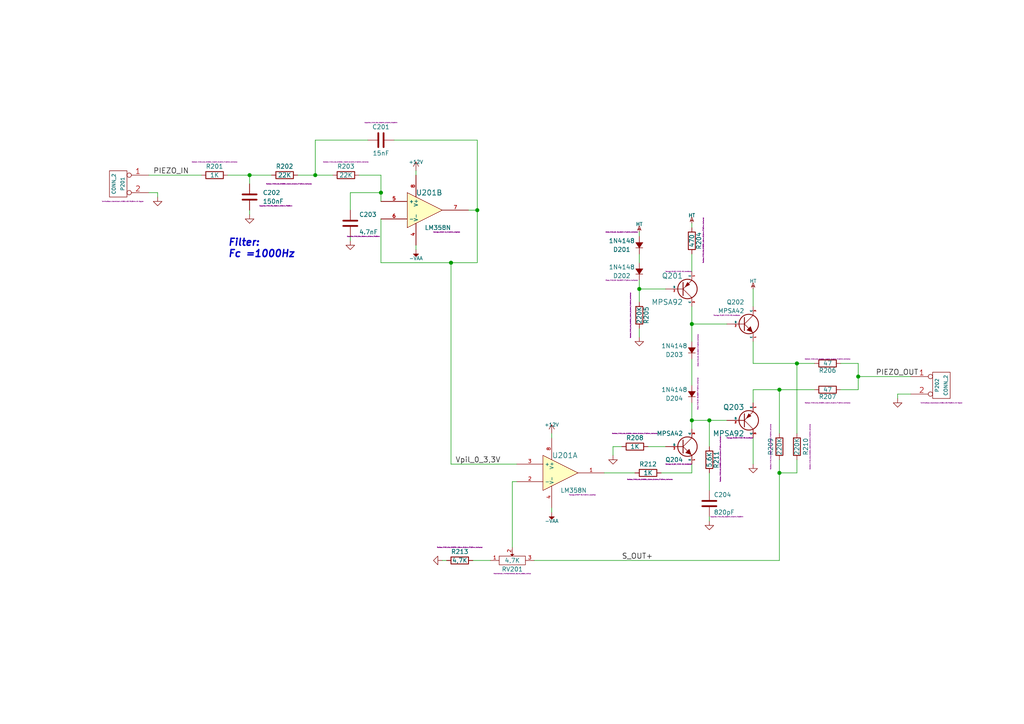
<source format=kicad_sch>
(kicad_sch (version 20250114) (generator "eeschema") (generator_version "9.0")
  (paper "A4")
  (title_block (title "Complex hierarchy: demo") (date "2017-01-15") (rev "1"))
  (lib_symbols
    (symbol "complex_hierarchy:+12V" (power) (pin_names (offset 0))
      (property "Value" "+12V" (at 0 3.556 0))
      (symbol "+12V_0_1"
        (polyline (pts (xy -0.762 1.27) (xy 0 2.54)))
        (polyline (pts (xy 0 2.54) (xy 0.762 1.27)))
        (polyline (pts (xy 0 0) (xy 0 2.54)))
      )
      (symbol "+12V_1_1"
        (pin power_in line (at 0 0 90) (length 0) (hide yes) (name "+12V") (number "1"))
      )
    )
    (symbol "complex_hierarchy:-VAA" (power) (pin_names (offset 0))
      (property "Value" "-VAA" (at 0 2.54 0))
      (symbol "-VAA_0_0"
        (pin power_in line (at 0 0 90) (length 0) (hide yes) (name "-VAA") (number "1"))
      )
      (symbol "-VAA_0_1"
        (polyline (pts (xy 0 2.032) (xy 0.762 1.27) (xy -0.508 1.27) (xy -0.762 1.27) (xy 0 2.032) (xy 0 2.032) (xy 0 2.032)) (fill (type outline)))
        (polyline (pts (xy 0 0) (xy 0 1.27) (xy 0 1.27)))
      )
    )
    (symbol "complex_hierarchy:C" (pin_numbers (hide yes)) (pin_names (offset 0.254))
      (property "Reference" "C" (at 0.635 2.54 0))
      (property "Value" "C" (at 0.635 -2.54 0))
      (symbol "C_0_1"
        (polyline (pts (xy -2.032 0.762) (xy 2.032 0.762)) (stroke (width 0.508)))
        (polyline (pts (xy -2.032 -0.762) (xy 2.032 -0.762)) (stroke (width 0.508)))
      )
      (symbol "C_1_1"
        (pin passive line (at 0 3.81 270) (length 2.794) (name "~") (number "1"))
        (pin passive line (at 0 -3.81 90) (length 2.794) (name "~") (number "2"))
      )
    )
    (symbol "complex_hierarchy:CONN_2" (pin_names (offset 1.016) (hide yes))
      (property "Reference" "P" (at -1.27 0 90))
      (property "Value" "CONN_2" (at 1.27 0 90))
      (symbol "CONN_2_0_1"
        (rectangle (start -2.54 3.81) (end 2.54 -3.81))
      )
      (symbol "CONN_2_1_1"
        (pin passive inverted (at -8.89 2.54 0) (length 6.35) (name "P1") (number "1"))
        (pin passive inverted (at -8.89 -2.54 0) (length 6.35) (name "PM") (number "2"))
      )
    )
    (symbol "complex_hierarchy:D_Small" (pin_numbers (hide yes)) (pin_names (offset 0.254) (hide yes))
      (property "Reference" "D" (at -1.27 2.032 0))
      (property "Value" "D_Small" (at -3.81 -2.032 0))
      (symbol "D_Small_0_1"
        (polyline (pts (xy -0.762 -1.016) (xy -0.762 1.016)))
        (polyline (pts (xy 0.762 -1.016) (xy -0.762 0) (xy 0.762 1.016) (xy 0.762 -1.016)) (fill (type outline)))
      )
      (symbol "D_Small_1_1"
        (pin passive line (at -2.54 0 0) (length 1.778) (name "K") (number "1"))
        (pin passive line (at 2.54 0 180) (length 1.778) (name "A") (number "2"))
      )
    )
    (symbol "complex_hierarchy:GND" (power) (pin_names (offset 0))
      (property "Value" "GND" (at 0 -3.1242 0))
      (symbol "GND_0_1"
        (polyline (pts (xy 0 0) (xy 0 -1.27) (xy 1.27 -1.27) (xy 0 -2.54) (xy -1.27 -1.27) (xy 0 -1.27)))
      )
      (symbol "GND_1_1"
        (pin power_in line (at 0 0 270) (length 0) (hide yes) (name "GND") (number "1"))
      )
    )
    (symbol "complex_hierarchy:HT" (power) (pin_names (offset 0))
      (property "Value" "HT" (at 0 2.286 0))
      (symbol "HT_0_0"
        (pin power_in line (at 0 0 90) (length 0) (hide yes) (name "HT") (number "1"))
      )
      (symbol "HT_0_1"
        (polyline (pts (xy 0 1.016) (xy 0.508 0.508) (xy 0 1.778) (xy -0.508 0.508) (xy 0 1.016) (xy 0 1.016)))
        (polyline (pts (xy 0 0) (xy 0 1.016) (xy 0 1.016)))
      )
    )
    (symbol "complex_hierarchy:LM358N"
      (property "Reference" "U" (at -1.27 5.08 0))
      (property "Value" "LM358N" (at -1.27 -6.35 0))
      (symbol "LM358N_0_1"
        (polyline (pts (xy -5.08 5.08) (xy 5.08 0) (xy -5.08 -5.08) (xy -5.08 5.08)) (stroke (width 0.1524)) (fill (type background)))
        (pin power_in line (at -2.54 10.16 270) (length 6.35) (name "V+") (number "8"))
        (pin power_in line (at -2.54 -10.16 90) (length 6.35) (name "V-") (number "4"))
      )
      (symbol "LM358N_1_1"
        (pin input line (at -12.7 2.54 0) (length 7.62) (name "+") (number "3"))
        (pin input line (at -12.7 -2.54 0) (length 7.62) (name "-") (number "2"))
        (pin output line (at 12.7 0 180) (length 7.62) (name "~") (number "1"))
      )
      (symbol "LM358N_2_1"
        (pin input line (at -12.7 2.54 0) (length 7.62) (name "+") (number "5"))
        (pin input line (at -12.7 -2.54 0) (length 7.62) (name "-") (number "6"))
        (pin output line (at 12.7 0 180) (length 7.62) (name "~") (number "7"))
      )
    )
    (symbol "complex_hierarchy:MPSA42" (pin_names (offset 0))
      (property "Reference" "Q" (at 3.81 -3.81 0))
      (property "Value" "MPSA42" (at 3.81 3.81 0))
      (symbol "MPSA42_0_1"
        (polyline (pts (xy 0 1.905) (xy 0 -1.905) (xy 0 -1.905)) (stroke (width 0.254)))
        (polyline (pts (xy 0 0) (xy 2.54 2.54)))
        (circle (center 1.27 0) (radius 2.8194) (stroke (width 0.254)))
        (polyline (pts (xy 1.27 -1.27) (xy 0 0) (xy 0 0)))
        (polyline (pts (xy 2.286 -2.286) (xy 2.54 -2.54) (xy 2.54 -2.54)))
        (polyline (pts (xy 2.286 -2.286) (xy 1.778 -0.762) (xy 0.762 -1.778) (xy 2.286 -2.286) (xy 2.286 -2.286)) (fill (type outline)))
      )
      (symbol "MPSA42_1_1"
        (pin input line (at -5.08 0 0) (length 5.08) (name "B") (number "2"))
        (pin passive line (at 2.54 5.08 270) (length 2.54) (name "C") (number "3"))
        (pin passive line (at 2.54 -5.08 90) (length 2.54) (name "E") (number "1"))
      )
    )
    (symbol "complex_hierarchy:MPSA92" (pin_names (offset 0))
      (property "Reference" "Q" (at 3.81 -3.81 0))
      (property "Value" "MPSA92" (at 3.81 3.81 0))
      (symbol "MPSA92_0_1"
        (polyline (pts (xy 0 1.905) (xy 0 -1.905) (xy 0 -1.905)) (stroke (width 0.254)) (fill (type outline)))
        (polyline (pts (xy 0 0) (xy 2.54 2.54)))
        (polyline (pts (xy 0.635 -0.635) (xy 0 0) (xy 0 0)))
        (polyline (pts (xy 0.635 -0.635) (xy 1.27 -1.905) (xy 1.905 -1.27) (xy 0.635 -0.635) (xy 0.635 -0.635)) (fill (type outline)))
        (circle (center 1.27 0) (radius 2.8194) (stroke (width 0.254)))
        (polyline (pts (xy 2.54 -2.54) (xy 1.651 -1.651) (xy 1.651 -1.651)))
      )
      (symbol "MPSA92_1_1"
        (pin input line (at -5.08 0 0) (length 5.08) (name "B") (number "2"))
        (pin passive line (at 2.54 5.08 270) (length 2.54) (name "C") (number "3"))
        (pin passive line (at 2.54 -5.08 90) (length 2.54) (name "E") (number "1"))
      )
    )
    (symbol "complex_hierarchy:POT" (pin_names (offset 1.016) (hide yes))
      (property "Reference" "RV" (at 0 -2.54 0))
      (property "Value" "POT" (at 0 0 0))
      (symbol "POT_0_1"
        (rectangle (start -3.81 1.27) (end 3.81 -1.27))
        (polyline (pts (xy 0 1.27) (xy -0.508 1.778) (xy 0.508 1.778)) (fill (type outline)))
      )
      (symbol "POT_1_1"
        (pin passive line (at -6.35 0 0) (length 2.54) (name "1") (number "1"))
        (pin passive line (at 0 3.81 270) (length 2.032) (name "2") (number "2"))
        (pin passive line (at 6.35 0 180) (length 2.54) (name "3") (number "3"))
      )
    )
    (symbol "complex_hierarchy:R" (pin_numbers (hide yes)) (pin_names (offset 0))
      (property "Reference" "R" (at 2.032 0 90))
      (property "Value" "R" (at 0 0 90))
      (symbol "R_0_1"
        (rectangle (start -1.016 -2.54) (end 1.016 2.54) (stroke (width 0.254)))
      )
      (symbol "R_1_1"
        (pin passive line (at 0 3.81 270) (length 1.27) (name "~") (number "1"))
        (pin passive line (at 0 -3.81 90) (length 1.27) (name "~") (number "2"))
      )
    )
  )
  (text "Filter:\nFc =1000Hz" (at 66.04 74.93 0) (effects (font (size 2.032 2.032) (thickness 0.4064) (bold yes) (italic yes)) (justify left bottom)))
  (junction (at 138.43 60.96) (diameter 1.016))
  (junction (at 248.92 109.22) (diameter 1.016))
  (junction (at 226.06 113.03) (diameter 1.016))
  (junction (at 130.81 76.2) (diameter 1.016))
  (junction (at 205.74 121.92) (diameter 1.016))
  (junction (at 226.06 137.16) (diameter 1.016))
  (junction (at 200.66 93.98) (diameter 1.016))
  (junction (at 231.14 105.41) (diameter 1.016))
  (junction (at 91.44 50.8) (diameter 1.016))
  (junction (at 110.49 55.88) (diameter 1.016))
  (junction (at 72.39 50.8) (diameter 1.016))
  (junction (at 185.42 83.82) (diameter 1.016))
  (junction (at 200.66 121.92) (diameter 1.016))
  (wire (pts (xy 86.36 50.8) (xy 91.44 50.8)))
  (wire (pts (xy 231.14 137.16) (xy 231.14 133.35)))
  (wire (pts (xy 175.26 137.16) (xy 184.15 137.16)))
  (wire (pts (xy 218.44 127) (xy 218.44 134.62)))
  (wire (pts (xy 72.39 50.8) (xy 78.74 50.8)))
  (wire (pts (xy 110.49 55.88) (xy 110.49 58.42)))
  (wire (pts (xy 205.74 149.86) (xy 205.74 151.13)))
  (wire (pts (xy 218.44 105.41) (xy 218.44 99.06)))
  (wire (pts (xy 218.44 105.41) (xy 231.14 105.41)))
  (wire (pts (xy 180.34 129.54) (xy 177.8 129.54)))
  (wire (pts (xy 106.68 40.64) (xy 91.44 40.64)))
  (wire (pts (xy 185.42 83.82) (xy 185.42 87.63)))
  (wire (pts (xy 231.14 105.41) (xy 236.22 105.41)))
  (wire (pts (xy 226.06 113.03) (xy 236.22 113.03)))
  (wire (pts (xy 226.06 137.16) (xy 231.14 137.16)))
  (wire (pts (xy 72.39 53.34) (xy 72.39 50.8)))
  (wire (pts (xy 110.49 55.88) (xy 101.6 55.88)))
  (wire (pts (xy 185.42 81.28) (xy 185.42 83.82)))
  (wire (pts (xy 210.82 93.98) (xy 200.66 93.98)))
  (wire (pts (xy 148.59 158.75) (xy 148.59 139.7)))
  (wire (pts (xy 138.43 60.96) (xy 138.43 40.64)))
  (wire (pts (xy 130.81 76.2) (xy 138.43 76.2)))
  (wire (pts (xy 130.81 134.62) (xy 130.81 76.2)))
  (wire (pts (xy 160.02 148.59) (xy 160.02 147.32)))
  (wire (pts (xy 45.72 55.88) (xy 45.72 57.15)))
  (wire (pts (xy 91.44 50.8) (xy 96.52 50.8)))
  (wire (pts (xy 200.66 93.98) (xy 200.66 99.06)))
  (wire (pts (xy 101.6 69.85) (xy 101.6 68.58)))
  (wire (pts (xy 160.02 125.73) (xy 160.02 127)))
  (wire (pts (xy 200.66 116.84) (xy 200.66 121.92)))
  (wire (pts (xy 58.42 50.8) (xy 43.18 50.8)))
  (wire (pts (xy 200.66 64.77) (xy 200.66 66.04)))
  (wire (pts (xy 226.06 162.56) (xy 154.94 162.56)))
  (wire (pts (xy 248.92 105.41) (xy 243.84 105.41)))
  (wire (pts (xy 205.74 121.92) (xy 205.74 129.54)))
  (wire (pts (xy 200.66 121.92) (xy 205.74 121.92)))
  (wire (pts (xy 248.92 109.22) (xy 264.16 109.22)))
  (wire (pts (xy 128.27 162.56) (xy 129.54 162.56)))
  (wire (pts (xy 264.16 114.3) (xy 260.35 114.3)))
  (wire (pts (xy 138.43 40.64) (xy 114.3 40.64)))
  (wire (pts (xy 200.66 88.9) (xy 200.66 93.98)))
  (wire (pts (xy 226.06 137.16) (xy 226.06 162.56)))
  (wire (pts (xy 177.8 129.54) (xy 177.8 132.08)))
  (wire (pts (xy 149.86 134.62) (xy 130.81 134.62)))
  (wire (pts (xy 248.92 105.41) (xy 248.92 109.22)))
  (wire (pts (xy 200.66 134.62) (xy 200.66 137.16)))
  (wire (pts (xy 200.66 137.16) (xy 191.77 137.16)))
  (wire (pts (xy 43.18 55.88) (xy 45.72 55.88)))
  (wire (pts (xy 110.49 50.8) (xy 110.49 55.88)))
  (wire (pts (xy 91.44 40.64) (xy 91.44 50.8)))
  (wire (pts (xy 200.66 121.92) (xy 200.66 124.46)))
  (wire (pts (xy 110.49 50.8) (xy 104.14 50.8)))
  (wire (pts (xy 185.42 95.25) (xy 185.42 97.79)))
  (wire (pts (xy 226.06 113.03) (xy 226.06 125.73)))
  (wire (pts (xy 260.35 114.3) (xy 260.35 115.57)))
  (wire (pts (xy 120.65 49.53) (xy 120.65 50.8)))
  (wire (pts (xy 148.59 139.7) (xy 149.86 139.7)))
  (wire (pts (xy 110.49 63.5) (xy 110.49 76.2)))
  (wire (pts (xy 135.89 60.96) (xy 138.43 60.96)))
  (wire (pts (xy 137.16 162.56) (xy 142.24 162.56)))
  (wire (pts (xy 185.42 76.2) (xy 185.42 73.66)))
  (wire (pts (xy 193.04 83.82) (xy 185.42 83.82)))
  (wire (pts (xy 120.65 72.39) (xy 120.65 71.12)))
  (wire (pts (xy 218.44 113.03) (xy 226.06 113.03)))
  (wire (pts (xy 248.92 113.03) (xy 243.84 113.03)))
  (wire (pts (xy 218.44 83.82) (xy 218.44 88.9)))
  (wire (pts (xy 200.66 104.14) (xy 200.66 111.76)))
  (wire (pts (xy 218.44 113.03) (xy 218.44 116.84)))
  (wire (pts (xy 226.06 133.35) (xy 226.06 137.16)))
  (wire (pts (xy 187.96 129.54) (xy 193.04 129.54)))
  (wire (pts (xy 138.43 76.2) (xy 138.43 60.96)))
  (wire (pts (xy 66.04 50.8) (xy 72.39 50.8)))
  (wire (pts (xy 110.49 76.2) (xy 130.81 76.2)))
  (wire (pts (xy 200.66 73.66) (xy 200.66 78.74)))
  (wire (pts (xy 231.14 125.73) (xy 231.14 105.41)))
  (wire (pts (xy 205.74 121.92) (xy 210.82 121.92)))
  (wire (pts (xy 248.92 109.22) (xy 248.92 113.03)))
  (wire (pts (xy 185.42 68.58) (xy 185.42 67.31)))
  (wire (pts (xy 101.6 55.88) (xy 101.6 60.96)))
  (wire (pts (xy 72.39 62.23) (xy 72.39 60.96)))
  (wire (pts (xy 205.74 137.16) (xy 205.74 142.24)))
  (label "Vpil_0_3,3V" (at 132.08 134.62 0) (effects (font (size 1.524 1.524))))
  (label "S_OUT+" (at 180.34 162.56 0) (effects (font (size 1.524 1.524))))
  (label "PIEZO_OUT" (at 254 109.22 0) (effects (font (size 1.524 1.524))))
  (label "PIEZO_IN" (at 44.45 50.8 0) (effects (font (size 1.524 1.524))))
  (symbol (lib_id "complex_hierarchy:POT") (at 148.59 162.56 0) (unit 1)
    (property "Reference" "RV201" (at 148.59 165.1 0))
    (property "Value" "4,7K" (at 148.59 162.56 0))
    (property "Footprint" "Potentiometer_THT:Potentiometer_Bourns_3266W_Vertical" (at 148.59 166.37 0) (effects (font (size 0.254 0.254))))
    (instances (project "complex_hierarchy" (path "" (reference "RV201") (unit 1)) (path "" (reference "RV301") (unit 1))))
  )
  (symbol (lib_id "complex_hierarchy:C") (at 110.49 40.64 270) (unit 1)
    (property "Reference" "C201" (at 110.49 36.83 90))
    (property "Value" "15nF" (at 110.49 44.45 90))
    (property "Footprint" "Capacitor_THT:C_Disc_D5.0mm_W2.5mm_P5.00mm" (at 110.49 35.56 90) (effects (font (size 0.254 0.254))))
    (instances (project "complex_hierarchy" (path "" (reference "C201") (unit 1)) (path "" (reference "C301") (unit 1))))
  )
  (symbol (lib_id "complex_hierarchy:R") (at 100.33 50.8 270) (unit 1)
    (property "Reference" "R203" (at 100.33 48.26 90))
    (property "Value" "22K" (at 100.33 50.8 90))
    (property "Footprint" "Resistor_THT:R_Axial_DIN0204_L3.6mm_D1.6mm_P7.62mm_Horizontal" (at 100.33 46.99 90) (effects (font (size 0.254 0.254))))
    (instances (project "complex_hierarchy" (path "" (reference "R203") (unit 1)) (path "" (reference "R303") (unit 1))))
  )
  (symbol (lib_id "complex_hierarchy:+12V") (at 120.65 49.53 0) (unit 1)
    (property "Reference" "#U0201" (effects (hide yes)))
    (property "Value" "+12V" (at 120.65 46.99 0) (effects (font (size 1.016 1.016))))
    (instances (project "complex_hierarchy" (path "" (reference "#U0201") (unit 1)) (path "" (reference "#U0301") (unit 1))))
  )
  (symbol (lib_id "complex_hierarchy:LM358N") (at 123.19 60.96 0) (unit 2)
    (property "Reference" "U201" (at 124.46 55.88 0) (effects (font (size 1.524 1.524))))
    (property "Value" "LM358N" (at 127 66.04 0))
    (property "Footprint" "Package_DIP:DIP-8_W7.62mm_LongPads" (at 129.54 67.31 0) (effects (font (size 0.254 0.254))))
    (instances (project "complex_hierarchy" (path "" (reference "U201") (unit 2)) (path "" (reference "U301") (unit 2))))
  )
  (symbol (lib_id "complex_hierarchy:HT") (at 218.44 83.82 0) (unit 1)
    (property "Reference" "#PWR0207" (effects (hide yes)))
    (property "Value" "HT" (at 218.44 81.534 0) (effects (font (size 1.016 1.016))))
    (instances (project "complex_hierarchy" (path "" (reference "#PWR0207") (unit 1)) (path "" (reference "#PWR0307") (unit 1))))
  )
  (symbol (lib_id "complex_hierarchy:HT") (at 200.66 64.77 0) (unit 1)
    (property "Reference" "#PWR0203" (effects (hide yes)))
    (property "Value" "HT" (at 200.66 62.484 0) (effects (font (size 1.016 1.016))))
    (instances (project "complex_hierarchy" (path "" (reference "#PWR0203") (unit 1)) (path "" (reference "#PWR0303") (unit 1))))
  )
  (symbol (lib_id "complex_hierarchy:HT") (at 185.42 67.31 0) (unit 1)
    (property "Reference" "#PWR0204" (effects (hide yes)))
    (property "Value" "HT" (at 185.42 65.024 0) (effects (font (size 1.016 1.016))))
    (instances (project "complex_hierarchy" (path "" (reference "#PWR0204") (unit 1)) (path "" (reference "#PWR0304") (unit 1))))
  )
  (symbol (lib_id "complex_hierarchy:MPSA92") (at 198.12 83.82 0) (mirror x) (unit 1)
    (property "Reference" "Q201" (at 198.12 80.01 0) (effects (font (size 1.524 1.524)) (justify right)))
    (property "Value" "MPSA92" (at 198.12 87.63 0) (effects (font (size 1.524 1.524)) (justify right)))
    (property "Footprint" "Package_TO_SOT_THT:TO-92_HandSolder" (at 196.85 78.74 0) (effects (font (size 0.254 0.254))))
    (instances (project "complex_hierarchy" (path "" (reference "Q201") (unit 1)) (path "" (reference "Q301") (unit 1))))
  )
  (symbol (lib_id "complex_hierarchy:GND") (at 128.27 162.56 270) (unit 1)
    (property "Reference" "#PWR0214" (effects (hide yes)))
    (property "Value" "GND" (effects (hide yes)))
    (instances (project "complex_hierarchy" (path "" (reference "#PWR0214") (unit 1)) (path "" (reference "#PWR0314") (unit 1))))
  )
  (symbol (lib_id "complex_hierarchy:R") (at 133.35 162.56 270) (unit 1)
    (property "Reference" "R213" (at 133.35 160.02 90))
    (property "Value" "4,7K" (at 133.35 162.56 90))
    (property "Footprint" "Resistor_THT:R_Axial_DIN0204_L3.6mm_D1.6mm_P7.62mm_Horizontal" (at 133.35 158.75 90) (effects (font (size 0.254 0.254))))
    (instances (project "complex_hierarchy" (path "" (reference "R213") (unit 1)) (path "" (reference "R313") (unit 1))))
  )
  (symbol (lib_id "complex_hierarchy:GND") (at 260.35 115.57 0) (unit 1)
    (property "Reference" "#PWR0209" (effects (hide yes)))
    (property "Value" "GND" (effects (hide yes)))
    (instances (project "complex_hierarchy" (path "" (reference "#PWR0209") (unit 1)) (path "" (reference "#PWR0309") (unit 1))))
  )
  (symbol (lib_id "complex_hierarchy:R") (at 240.03 105.41 270) (unit 1)
    (property "Reference" "R206" (at 240.03 107.442 90))
    (property "Value" "47" (at 240.03 105.41 90))
    (property "Footprint" "Resistor_THT:R_Axial_DIN0204_L3.6mm_D1.6mm_P7.62mm_Horizontal" (at 240.03 104.14 90) (effects (font (size 0.254 0.254))))
    (instances (project "complex_hierarchy" (path "" (reference "R206") (unit 1)) (path "" (reference "R306") (unit 1))))
  )
  (symbol (lib_id "complex_hierarchy:C") (at 205.74 146.05 0) (unit 1)
    (property "Reference" "C204" (at 207.01 143.51 0) (effects (justify left)))
    (property "Value" "820pF" (at 207.01 148.59 0) (effects (justify left)))
    (property "Footprint" "Capacitor_THT:C_Disc_D5.0mm_W2.5mm_P5.00mm" (at 210.82 149.86 0) (effects (font (size 0.254 0.254))))
    (instances (project "complex_hierarchy" (path "" (reference "C204") (unit 1)) (path "" (reference "C304") (unit 1))))
  )
  (symbol (lib_id "complex_hierarchy:C") (at 101.6 64.77 0) (unit 1)
    (property "Reference" "C203" (at 104.14 62.23 0) (effects (justify left)))
    (property "Value" "4.7nF" (at 104.14 67.31 0) (effects (justify left)))
    (property "Footprint" "Capacitor_THT:C_Disc_D5.0mm_W2.5mm_P5.00mm" (at 105.41 68.58 0) (effects (font (size 0.254 0.254))))
    (instances (project "complex_hierarchy" (path "" (reference "C203") (unit 1)) (path "" (reference "C303") (unit 1))))
  )
  (symbol (lib_id "complex_hierarchy:CONN_2") (at 34.29 53.34 0) (mirror y) (unit 1)
    (property "Reference" "P201" (at 35.56 53.34 90) (effects (font (size 1.016 1.016))))
    (property "Value" "CONN_2" (at 33.02 53.34 90) (effects (font (size 1.016 1.016))))
    (property "Footprint" "TerminalBlock_Altech:Altech_AK300_1x02_P5.00mm_45-Degree" (at 35.56 58.42 0) (effects (font (size 0.254 0.254))))
    (instances (project "complex_hierarchy" (path "" (reference "P201") (unit 1)) (path "" (reference "P301") (unit 1))))
  )
  (symbol (lib_id "complex_hierarchy:LM358N") (at 162.56 137.16 0) (unit 1)
    (property "Reference" "U201" (at 163.83 132.08 0) (effects (font (size 1.524 1.524))))
    (property "Value" "LM358N" (at 166.37 142.24 0))
    (property "Footprint" "Package_DIP:DIP-8_W7.62mm_LongPads" (at 168.91 143.51 0) (effects (font (size 0.254 0.254))))
    (instances (project "complex_hierarchy" (path "" (reference "U201") (unit 1)) (path "" (reference "U301") (unit 1))))
  )
  (symbol (lib_id "complex_hierarchy:GND") (at 101.6 69.85 0) (unit 1)
    (property "Reference" "#PWR0205" (effects (hide yes)))
    (property "Value" "GND" (effects (hide yes)))
    (instances (project "complex_hierarchy" (path "" (reference "#PWR0205") (unit 1)) (path "" (reference "#PWR0305") (unit 1))))
  )
  (symbol (lib_id "complex_hierarchy:GND") (at 45.72 57.15 0) (unit 1)
    (property "Reference" "#PWR0201" (effects (hide yes)))
    (property "Value" "GND" (effects (hide yes)))
    (instances (project "complex_hierarchy" (path "" (reference "#PWR0201") (unit 1)) (path "" (reference "#PWR0301") (unit 1))))
  )
  (symbol (lib_id "complex_hierarchy:R") (at 82.55 50.8 270) (unit 1)
    (property "Reference" "R202" (at 82.55 48.26 90))
    (property "Value" "22K" (at 82.55 50.8 90))
    (property "Footprint" "Resistor_THT:R_Axial_DIN0204_L3.6mm_D1.6mm_P7.62mm_Horizontal" (at 83.82 53.34 90) (effects (font (size 0.254 0.254))))
    (instances (project "complex_hierarchy" (path "" (reference "R202") (unit 1)) (path "" (reference "R302") (unit 1))))
  )
  (symbol (lib_id "complex_hierarchy:CONN_2") (at 273.05 111.76 0) (unit 1)
    (property "Reference" "P202" (at 271.78 111.76 90) (effects (font (size 1.016 1.016))))
    (property "Value" "CONN_2" (at 274.32 111.76 90) (effects (font (size 1.016 1.016))))
    (property "Footprint" "TerminalBlock_Altech:Altech_AK300_1x02_P5.00mm_45-Degree" (at 273.05 116.84 0) (effects (font (size 0.254 0.254))))
    (instances (project "complex_hierarchy" (path "" (reference "P202") (unit 1)) (path "" (reference "P302") (unit 1))))
  )
  (symbol (lib_id "complex_hierarchy:R") (at 187.96 137.16 270) (unit 1)
    (property "Reference" "R212" (at 187.96 134.62 90))
    (property "Value" "1K" (at 187.96 137.16 90))
    (property "Footprint" "Resistor_THT:R_Axial_DIN0204_L3.6mm_D1.6mm_P7.62mm_Horizontal" (at 188.5188 139.065 90) (effects (font (size 0.254 0.254))))
    (instances (project "complex_hierarchy" (path "" (reference "R212") (unit 1)) (path "" (reference "R312") (unit 1))))
  )
  (symbol (lib_id "complex_hierarchy:+12V") (at 160.02 125.73 0) (unit 1)
    (property "Reference" "#U0202" (effects (hide yes)))
    (property "Value" "+12V" (at 160.02 123.19 0) (effects (font (size 1.016 1.016))))
    (instances (project "complex_hierarchy" (path "" (reference "#U0202") (unit 1)) (path "" (reference "#U0302") (unit 1))))
  )
  (symbol (lib_id "complex_hierarchy:R") (at 226.06 129.54 180) (unit 1)
    (property "Reference" "R209" (at 223.52 129.54 90))
    (property "Value" "220K" (at 226.06 129.54 90))
    (property "Footprint" "Resistor_THT:R_Axial_DIN0204_L3.6mm_D1.6mm_P7.62mm_Horizontal" (at 223.52 129.54 90) (effects (font (size 0.254 0.254))))
    (instances (project "complex_hierarchy" (path "" (reference "R209") (unit 1)) (path "" (reference "R309") (unit 1))))
  )
  (symbol (lib_id "complex_hierarchy:R") (at 184.15 129.54 270) (unit 1)
    (property "Reference" "R208" (at 184.15 127 90))
    (property "Value" "1K" (at 184.15 129.54 90))
    (property "Footprint" "Resistor_THT:R_Axial_DIN0204_L3.6mm_D1.6mm_P7.62mm_Horizontal" (at 184.15 125.73 90) (effects (font (size 0.254 0.254))))
    (instances (project "complex_hierarchy" (path "" (reference "R208") (unit 1)) (path "" (reference "R308") (unit 1))))
  )
  (symbol (lib_id "complex_hierarchy:GND") (at 185.42 97.79 0) (unit 1)
    (property "Reference" "#PWR0208" (effects (hide yes)))
    (property "Value" "GND" (effects (hide yes)))
    (instances (project "complex_hierarchy" (path "" (reference "#PWR0208") (unit 1)) (path "" (reference "#PWR0308") (unit 1))))
  )
  (symbol (lib_id "complex_hierarchy:R") (at 185.42 91.44 0) (unit 1)
    (property "Reference" "R205" (at 187.452 91.44 90))
    (property "Value" "220K" (at 185.42 91.44 90))
    (property "Footprint" "Resistor_THT:R_Axial_DIN0204_L3.6mm_D1.6mm_P7.62mm_Horizontal" (at 182.88 91.44 90) (effects (font (size 0.254 0.254))))
    (instances (project "complex_hierarchy" (path "" (reference "R205") (unit 1)) (path "" (reference "R305") (unit 1))))
  )
  (symbol (lib_id "complex_hierarchy:D_Small") (at 185.42 71.12 90) (unit 1)
    (property "Reference" "D201" (at 180.34 72.39 90))
    (property "Value" "1N4148" (at 180.34 69.85 90))
    (property "Footprint" "Diode_THT:D_DO-35_SOD27_P7.62mm_Horizontal" (at 180.34 67.31 90) (effects (font (size 0.254 0.254))))
    (instances (project "complex_hierarchy" (path "" (reference "D201") (unit 1)) (path "" (reference "D301") (unit 1))))
  )
  (symbol (lib_id "complex_hierarchy:R") (at 200.66 69.85 0) (unit 1)
    (property "Reference" "R204" (at 202.692 69.85 90))
    (property "Value" "470" (at 200.66 69.85 90))
    (property "Footprint" "Resistor_THT:R_Axial_DIN0204_L3.6mm_D1.6mm_P7.62mm_Horizontal" (at 203.9874 69.6468 90) (effects (font (size 0.254 0.254))))
    (instances (project "complex_hierarchy" (path "" (reference "R204") (unit 1)) (path "" (reference "R304") (unit 1))))
  )
  (symbol (lib_id "complex_hierarchy:D_Small") (at 185.42 78.74 90) (unit 1)
    (property "Reference" "D202" (at 180.34 80.01 90))
    (property "Value" "1N4148" (at 180.34 77.47 90))
    (property "Footprint" "Diode_THT:D_DO-35_SOD27_P7.62mm_Horizontal" (at 180.34 81.28 90) (effects (font (size 0.254 0.254))))
    (instances (project "complex_hierarchy" (path "" (reference "D202") (unit 1)) (path "" (reference "D302") (unit 1))))
  )
  (symbol (lib_id "complex_hierarchy:GND") (at 177.8 132.08 0) (unit 1)
    (property "Reference" "#PWR0210" (effects (hide yes)))
    (property "Value" "GND" (effects (hide yes)))
    (instances (project "complex_hierarchy" (path "" (reference "#PWR0210") (unit 1)) (path "" (reference "#PWR0310") (unit 1))))
  )
  (symbol (lib_id "complex_hierarchy:MPSA42") (at 198.12 129.54 0) (unit 1)
    (property "Reference" "Q204" (at 198.12 133.35 0) (effects (justify right)))
    (property "Value" "MPSA42" (at 198.12 125.73 0) (effects (justify right)))
    (property "Footprint" "Package_TO_SOT_THT:TO-92_HandSolder" (at 196.85 134.62 0) (effects (font (size 0.254 0.254))))
    (instances (project "complex_hierarchy" (path "" (reference "Q204") (unit 1)) (path "" (reference "Q304") (unit 1))))
  )
  (symbol (lib_id "complex_hierarchy:GND") (at 218.44 134.62 0) (unit 1)
    (property "Reference" "#PWR0211" (effects (hide yes)))
    (property "Value" "GND" (effects (hide yes)))
    (instances (project "complex_hierarchy" (path "" (reference "#PWR0211") (unit 1)) (path "" (reference "#PWR0311") (unit 1))))
  )
  (symbol (lib_id "complex_hierarchy:D_Small") (at 200.66 114.3 90) (unit 1)
    (property "Reference" "D204" (at 195.58 115.57 90))
    (property "Value" "1N4148" (at 195.58 113.03 90))
    (property "Footprint" "Diode_THT:D_DO-35_SOD27_P7.62mm_Horizontal" (at 202.3872 114.1476 0) (effects (font (size 0.254 0.254))))
    (instances (project "complex_hierarchy" (path "" (reference "D204") (unit 1)) (path "" (reference "D304") (unit 1))))
  )
  (symbol (lib_id "complex_hierarchy:MPSA92") (at 215.9 121.92 0) (mirror x) (unit 1)
    (property "Reference" "Q203" (at 215.9 118.11 0) (effects (font (size 1.524 1.524)) (justify right)))
    (property "Value" "MPSA92" (at 215.9 125.73 0) (effects (font (size 1.524 1.524)) (justify right)))
    (property "Footprint" "Package_TO_SOT_THT:TO-92_HandSolder" (at 214.63 127 0) (effects (font (size 0.254 0.254))))
    (instances (project "complex_hierarchy" (path "" (reference "Q203") (unit 1)) (path "" (reference "Q303") (unit 1))))
  )
  (symbol (lib_id "complex_hierarchy:MPSA42") (at 215.9 93.98 0) (unit 1)
    (property "Reference" "Q202" (at 215.9 87.63 0) (effects (justify right)))
    (property "Value" "MPSA42" (at 215.9 90.17 0) (effects (justify right)))
    (property "Footprint" "Package_TO_SOT_THT:TO-92_HandSolder" (at 210.82 91.44 0) (effects (font (size 0.254 0.254))))
    (instances (project "complex_hierarchy" (path "" (reference "Q202") (unit 1)) (path "" (reference "Q302") (unit 1))))
  )
  (symbol (lib_id "complex_hierarchy:-VAA") (at 120.65 72.39 180) (unit 1)
    (property "Reference" "#PWR0206" (effects (hide yes)))
    (property "Value" "-VAA" (at 120.65 74.93 0) (effects (font (size 1.016 1.016))))
    (instances (project "complex_hierarchy" (path "" (reference "#PWR0206") (unit 1)) (path "" (reference "#PWR0306") (unit 1))))
  )
  (symbol (lib_id "complex_hierarchy:-VAA") (at 160.02 148.59 180) (unit 1)
    (property "Reference" "#PWR0212" (effects (hide yes)))
    (property "Value" "-VAA" (at 160.02 151.13 0) (effects (font (size 1.016 1.016))))
    (instances (project "complex_hierarchy" (path "" (reference "#PWR0212") (unit 1)) (path "" (reference "#PWR0312") (unit 1))))
  )
  (symbol (lib_id "complex_hierarchy:R") (at 62.23 50.8 270) (unit 1)
    (property "Reference" "R201" (at 62.23 48.26 90))
    (property "Value" "1K" (at 62.23 50.8 90))
    (property "Footprint" "Resistor_THT:R_Axial_DIN0204_L3.6mm_D1.6mm_P7.62mm_Horizontal" (at 62.23 46.99 90) (effects (font (size 0.254 0.254))))
    (instances (project "complex_hierarchy" (path "" (reference "R201") (unit 1)) (path "" (reference "R301") (unit 1))))
  )
  (symbol (lib_id "complex_hierarchy:C") (at 72.39 57.15 0) (unit 1)
    (property "Reference" "C202" (at 76.2 55.88 0) (effects (justify left)))
    (property "Value" "150nF" (at 76.2 58.42 0) (effects (justify left)))
    (property "Footprint" "Capacitor_THT:C_Disc_D5.0mm_W2.5mm_P5.00mm" (at 80.01 59.69 0) (effects (font (size 0.254 0.254))))
    (instances (project "complex_hierarchy" (path "" (reference "C202") (unit 1)) (path "" (reference "C302") (unit 1))))
  )
  (symbol (lib_id "complex_hierarchy:GND") (at 72.39 62.23 0) (unit 1)
    (property "Reference" "#PWR0202" (effects (hide yes)))
    (property "Value" "GND" (effects (hide yes)))
    (instances (project "complex_hierarchy" (path "" (reference "#PWR0202") (unit 1)) (path "" (reference "#PWR0302") (unit 1))))
  )
  (symbol (lib_id "complex_hierarchy:R") (at 205.74 133.35 0) (unit 1)
    (property "Reference" "R211" (at 207.772 133.35 90))
    (property "Value" "5,6K" (at 205.74 133.35 90))
    (property "Footprint" "Resistor_THT:R_Axial_DIN0204_L3.6mm_D1.6mm_P7.62mm_Horizontal" (at 208.9404 133.1214 90) (effects (font (size 0.254 0.254))))
    (instances (project "complex_hierarchy" (path "" (reference "R211") (unit 1)) (path "" (reference "R311") (unit 1))))
  )
  (symbol (lib_id "complex_hierarchy:GND") (at 205.74 151.13 0) (unit 1)
    (property "Reference" "#PWR0213" (effects (hide yes)))
    (property "Value" "GND" (effects (hide yes)))
    (instances (project "complex_hierarchy" (path "" (reference "#PWR0213") (unit 1)) (path "" (reference "#PWR0313") (unit 1))))
  )
  (symbol (lib_id "complex_hierarchy:D_Small") (at 200.66 101.6 90) (unit 1)
    (property "Reference" "D203" (at 195.58 102.87 90))
    (property "Value" "1N4148" (at 195.58 100.33 90))
    (property "Footprint" "Diode_THT:D_DO-35_SOD27_P7.62mm_Horizontal" (at 202.4634 101.5746 0) (effects (font (size 0.254 0.254))))
    (instances (project "complex_hierarchy" (path "" (reference "D203") (unit 1)) (path "" (reference "D303") (unit 1))))
  )
  (symbol (lib_id "complex_hierarchy:R") (at 240.03 113.03 270) (unit 1)
    (property "Reference" "R207" (at 240.03 115.062 90))
    (property "Value" "47" (at 240.03 113.03 90))
    (property "Footprint" "Resistor_THT:R_Axial_DIN0204_L3.6mm_D1.6mm_P7.62mm_Horizontal" (at 240.03 116.84 90) (effects (font (size 0.254 0.254))))
    (instances (project "complex_hierarchy" (path "" (reference "R207") (unit 1)) (path "" (reference "R307") (unit 1))))
  )
  (symbol (lib_id "complex_hierarchy:R") (at 231.14 129.54 180) (unit 1)
    (property "Reference" "R210" (at 233.68 129.54 90))
    (property "Value" "220K" (at 231.14 129.54 90))
    (property "Footprint" "Resistor_THT:R_Axial_DIN0204_L3.6mm_D1.6mm_P7.62mm_Horizontal" (at 234.95 129.54 90) (effects (font (size 0.254 0.254))))
    (instances (project "complex_hierarchy" (path "" (reference "R210") (unit 1)) (path "" (reference "R310") (unit 1))))
  )
)
</source>
